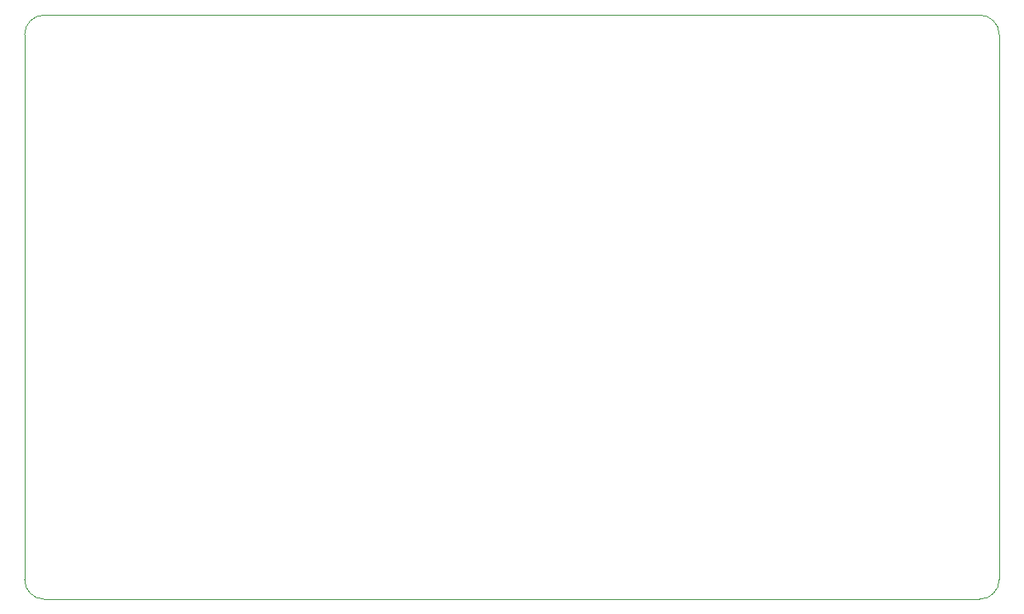
<source format=gbr>
G04 #@! TF.GenerationSoftware,KiCad,Pcbnew,(5.1.0)-1*
G04 #@! TF.CreationDate,2019-04-21T21:02:20+09:00*
G04 #@! TF.ProjectId,meishikbd,6d656973-6869-46b6-9264-2e6b69636164,rev?*
G04 #@! TF.SameCoordinates,Original*
G04 #@! TF.FileFunction,Profile,NP*
%FSLAX46Y46*%
G04 Gerber Fmt 4.6, Leading zero omitted, Abs format (unit mm)*
G04 Created by KiCad (PCBNEW (5.1.0)-1) date 2019-04-21 21:02:20*
%MOMM*%
%LPD*%
G04 APERTURE LIST*
%ADD10C,0.050000*%
G04 APERTURE END LIST*
D10*
X40000000Y-52000000D02*
G75*
G02X42000000Y-50000000I2000000J0D01*
G01*
X42000000Y-110000000D02*
G75*
G02X40000000Y-108000000I0J2000000D01*
G01*
X140000000Y-108000000D02*
G75*
G02X138000000Y-110000000I-2000000J0D01*
G01*
X138000000Y-50000000D02*
G75*
G02X140000000Y-52000000I0J-2000000D01*
G01*
X140000000Y-52000000D02*
X140000000Y-108000000D01*
X40000000Y-52000000D02*
X40000000Y-108000000D01*
X42000000Y-110000000D02*
X138000000Y-110000000D01*
X42000000Y-50000000D02*
X138000000Y-50000000D01*
M02*

</source>
